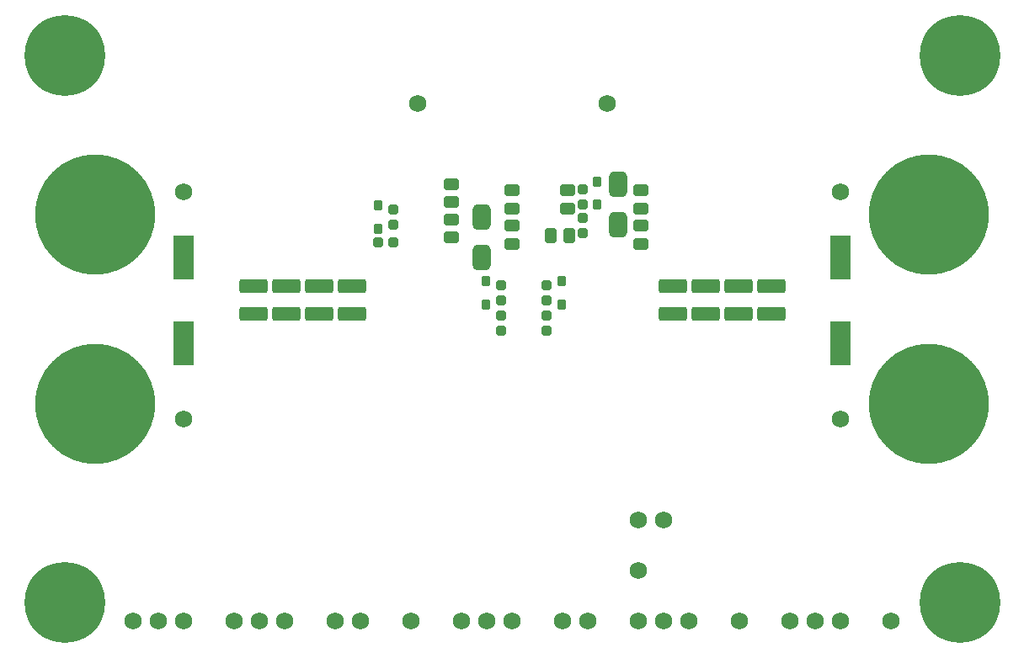
<source format=gbs>
G04*
G04 #@! TF.GenerationSoftware,Altium Limited,Altium Designer,23.3.1 (30)*
G04*
G04 Layer_Color=16711935*
%FSLAX44Y44*%
%MOMM*%
G71*
G04*
G04 #@! TF.SameCoordinates,EE3F4187-3FEB-4C8D-94AF-BEFEFA225CE7*
G04*
G04*
G04 #@! TF.FilePolarity,Negative*
G04*
G01*
G75*
G04:AMPARAMS|DCode=46|XSize=0.9906mm|YSize=0.9906mm|CornerRadius=0.1619mm|HoleSize=0mm|Usage=FLASHONLY|Rotation=180.000|XOffset=0mm|YOffset=0mm|HoleType=Round|Shape=RoundedRectangle|*
%AMROUNDEDRECTD46*
21,1,0.9906,0.6668,0,0,180.0*
21,1,0.6668,0.9906,0,0,180.0*
1,1,0.3239,-0.3334,0.3334*
1,1,0.3239,0.3334,0.3334*
1,1,0.3239,0.3334,-0.3334*
1,1,0.3239,-0.3334,-0.3334*
%
%ADD46ROUNDEDRECTD46*%
%ADD47R,2.0016X4.5016*%
G04:AMPARAMS|DCode=49|XSize=0.9906mm|YSize=0.9906mm|CornerRadius=0.1619mm|HoleSize=0mm|Usage=FLASHONLY|Rotation=270.000|XOffset=0mm|YOffset=0mm|HoleType=Round|Shape=RoundedRectangle|*
%AMROUNDEDRECTD49*
21,1,0.9906,0.6668,0,0,270.0*
21,1,0.6668,0.9906,0,0,270.0*
1,1,0.3239,-0.3334,-0.3334*
1,1,0.3239,-0.3334,0.3334*
1,1,0.3239,0.3334,0.3334*
1,1,0.3239,0.3334,-0.3334*
%
%ADD49ROUNDEDRECTD49*%
G04:AMPARAMS|DCode=51|XSize=1.1811mm|YSize=1.4986mm|CornerRadius=0.1588mm|HoleSize=0mm|Usage=FLASHONLY|Rotation=90.000|XOffset=0mm|YOffset=0mm|HoleType=Round|Shape=RoundedRectangle|*
%AMROUNDEDRECTD51*
21,1,1.1811,1.1811,0,0,90.0*
21,1,0.8636,1.4986,0,0,90.0*
1,1,0.3175,0.5906,0.4318*
1,1,0.3175,0.5906,-0.4318*
1,1,0.3175,-0.5906,-0.4318*
1,1,0.3175,-0.5906,0.4318*
%
%ADD51ROUNDEDRECTD51*%
G04:AMPARAMS|DCode=63|XSize=2.8016mm|YSize=1.4016mm|CornerRadius=0.2133mm|HoleSize=0mm|Usage=FLASHONLY|Rotation=180.000|XOffset=0mm|YOffset=0mm|HoleType=Round|Shape=RoundedRectangle|*
%AMROUNDEDRECTD63*
21,1,2.8016,0.9750,0,0,180.0*
21,1,2.3750,1.4016,0,0,180.0*
1,1,0.4266,-1.1875,0.4875*
1,1,0.4266,1.1875,0.4875*
1,1,0.4266,1.1875,-0.4875*
1,1,0.4266,-1.1875,-0.4875*
%
%ADD63ROUNDEDRECTD63*%
%ADD65C,12.1016*%
%ADD66C,1.7516*%
%ADD67C,8.1016*%
G04:AMPARAMS|DCode=86|XSize=1.1811mm|YSize=1.4986mm|CornerRadius=0.1588mm|HoleSize=0mm|Usage=FLASHONLY|Rotation=0.000|XOffset=0mm|YOffset=0mm|HoleType=Round|Shape=RoundedRectangle|*
%AMROUNDEDRECTD86*
21,1,1.1811,1.1811,0,0,0.0*
21,1,0.8636,1.4986,0,0,0.0*
1,1,0.3175,0.4318,-0.5906*
1,1,0.3175,-0.4318,-0.5906*
1,1,0.3175,-0.4318,0.5906*
1,1,0.3175,0.4318,0.5906*
%
%ADD86ROUNDEDRECTD86*%
G04:AMPARAMS|DCode=87|XSize=1.8016mm|YSize=2.6016mm|CornerRadius=0.4758mm|HoleSize=0mm|Usage=FLASHONLY|Rotation=180.000|XOffset=0mm|YOffset=0mm|HoleType=Round|Shape=RoundedRectangle|*
%AMROUNDEDRECTD87*
21,1,1.8016,1.6500,0,0,180.0*
21,1,0.8500,2.6016,0,0,180.0*
1,1,0.9516,-0.4250,0.8250*
1,1,0.9516,0.4250,0.8250*
1,1,0.9516,0.4250,-0.8250*
1,1,0.9516,-0.4250,-0.8250*
%
%ADD87ROUNDEDRECTD87*%
G04:AMPARAMS|DCode=88|XSize=1.0016mm|YSize=0.9016mm|CornerRadius=0.1508mm|HoleSize=0mm|Usage=FLASHONLY|Rotation=90.000|XOffset=0mm|YOffset=0mm|HoleType=Round|Shape=RoundedRectangle|*
%AMROUNDEDRECTD88*
21,1,1.0016,0.6000,0,0,90.0*
21,1,0.7000,0.9016,0,0,90.0*
1,1,0.3016,0.3000,0.3500*
1,1,0.3016,0.3000,-0.3500*
1,1,0.3016,-0.3000,-0.3500*
1,1,0.3016,-0.3000,0.3500*
%
%ADD88ROUNDEDRECTD88*%
D46*
X415380Y462000D02*
D03*
X430620D02*
D03*
D47*
X880200Y447080D02*
D03*
Y360080D02*
D03*
X219800D02*
D03*
Y447080D02*
D03*
D49*
X430620Y479780D02*
D03*
Y495020D02*
D03*
X621120Y515340D02*
D03*
Y500100D02*
D03*
Y486130D02*
D03*
Y470890D02*
D03*
X538570Y373100D02*
D03*
Y388340D02*
D03*
Y403580D02*
D03*
Y418820D02*
D03*
X584290Y388340D02*
D03*
Y373100D02*
D03*
Y418820D02*
D03*
Y403580D02*
D03*
D51*
X605880Y495970D02*
D03*
Y514390D02*
D03*
X488971Y520727D02*
D03*
Y502307D02*
D03*
X550000Y514390D02*
D03*
Y495970D02*
D03*
Y460410D02*
D03*
Y478830D02*
D03*
X489040Y485180D02*
D03*
Y466760D02*
D03*
X679540Y514390D02*
D03*
Y495970D02*
D03*
Y478830D02*
D03*
Y460410D02*
D03*
D63*
X777330Y417580D02*
D03*
Y389580D02*
D03*
X711290Y417580D02*
D03*
Y389580D02*
D03*
X355690Y417580D02*
D03*
Y389580D02*
D03*
X289650Y417580D02*
D03*
Y389580D02*
D03*
X322670Y417580D02*
D03*
Y389580D02*
D03*
X388710Y417580D02*
D03*
Y389580D02*
D03*
X744310Y417580D02*
D03*
Y389580D02*
D03*
X810350Y417580D02*
D03*
Y389580D02*
D03*
D65*
X130900Y489940D02*
D03*
X969100D02*
D03*
Y299440D02*
D03*
X130900D02*
D03*
D66*
X454750Y601700D02*
D03*
X645250D02*
D03*
X219800Y512800D02*
D03*
X880200D02*
D03*
X219800Y284200D02*
D03*
X880200D02*
D03*
X677000Y131800D02*
D03*
X702400Y182600D02*
D03*
X677000D02*
D03*
X931000Y81000D02*
D03*
X778600D02*
D03*
X550000D02*
D03*
X524600D02*
D03*
X499200D02*
D03*
X626200D02*
D03*
X600800D02*
D03*
X397600D02*
D03*
X372200D02*
D03*
X448400D02*
D03*
X321400D02*
D03*
X296000D02*
D03*
X270600D02*
D03*
X169000D02*
D03*
X194400D02*
D03*
X219800D02*
D03*
X727800D02*
D03*
X702400D02*
D03*
X677000D02*
D03*
X829400D02*
D03*
X854800D02*
D03*
X880200D02*
D03*
D67*
X100000Y100000D02*
D03*
X1000000D02*
D03*
X100000Y650000D02*
D03*
X1000000D02*
D03*
D86*
X589050Y468350D02*
D03*
X607470D02*
D03*
D87*
X519520Y447080D02*
D03*
Y487080D02*
D03*
X656680Y520100D02*
D03*
Y480100D02*
D03*
D88*
X415380Y475900D02*
D03*
Y498900D02*
D03*
X635090Y500030D02*
D03*
Y523030D02*
D03*
X599530Y422700D02*
D03*
Y399700D02*
D03*
X523330Y422700D02*
D03*
Y399700D02*
D03*
M02*

</source>
